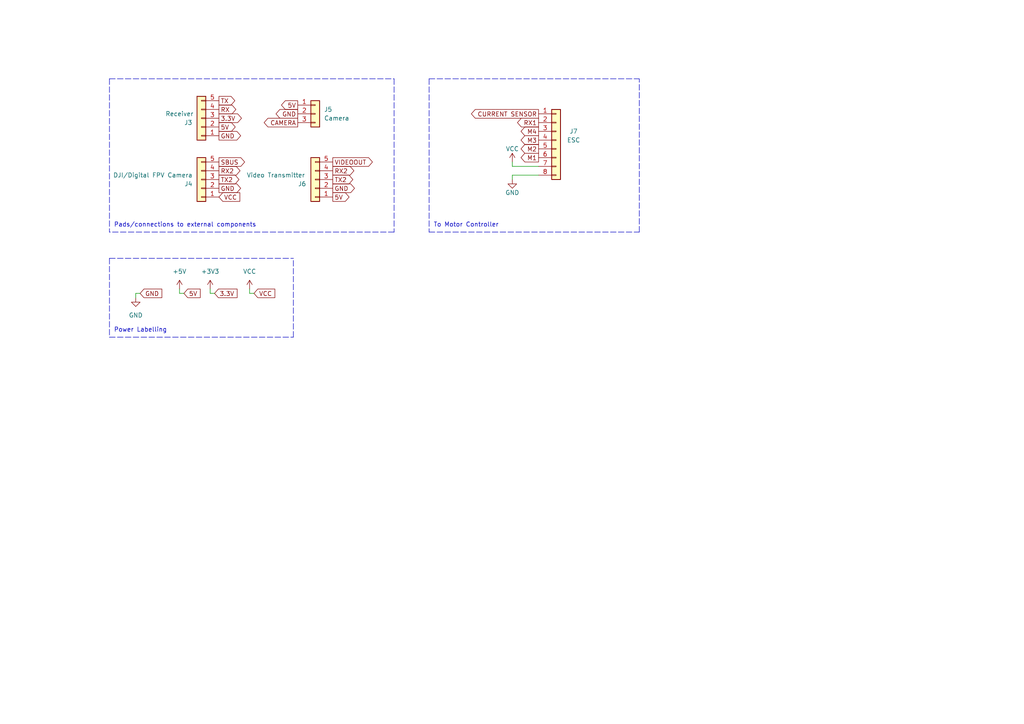
<source format=kicad_sch>
(kicad_sch (version 20211123) (generator eeschema)

  (uuid 66d53086-4eb5-4ab4-b590-9b1f145a13a1)

  (paper "A4")

  (title_block
    (date "2022-05-06")
  )

  (lib_symbols
    (symbol "Connector_Generic:Conn_01x03" (pin_names (offset 1.016) hide) (in_bom yes) (on_board yes)
      (property "Reference" "J" (id 0) (at 0 5.08 0)
        (effects (font (size 1.27 1.27)))
      )
      (property "Value" "Conn_01x03" (id 1) (at 0 -5.08 0)
        (effects (font (size 1.27 1.27)))
      )
      (property "Footprint" "" (id 2) (at 0 0 0)
        (effects (font (size 1.27 1.27)) hide)
      )
      (property "Datasheet" "~" (id 3) (at 0 0 0)
        (effects (font (size 1.27 1.27)) hide)
      )
      (property "ki_keywords" "connector" (id 4) (at 0 0 0)
        (effects (font (size 1.27 1.27)) hide)
      )
      (property "ki_description" "Generic connector, single row, 01x03, script generated (kicad-library-utils/schlib/autogen/connector/)" (id 5) (at 0 0 0)
        (effects (font (size 1.27 1.27)) hide)
      )
      (property "ki_fp_filters" "Connector*:*_1x??_*" (id 6) (at 0 0 0)
        (effects (font (size 1.27 1.27)) hide)
      )
      (symbol "Conn_01x03_1_1"
        (rectangle (start -1.27 -2.413) (end 0 -2.667)
          (stroke (width 0.1524) (type default) (color 0 0 0 0))
          (fill (type none))
        )
        (rectangle (start -1.27 0.127) (end 0 -0.127)
          (stroke (width 0.1524) (type default) (color 0 0 0 0))
          (fill (type none))
        )
        (rectangle (start -1.27 2.667) (end 0 2.413)
          (stroke (width 0.1524) (type default) (color 0 0 0 0))
          (fill (type none))
        )
        (rectangle (start -1.27 3.81) (end 1.27 -3.81)
          (stroke (width 0.254) (type default) (color 0 0 0 0))
          (fill (type background))
        )
        (pin passive line (at -5.08 2.54 0) (length 3.81)
          (name "Pin_1" (effects (font (size 1.27 1.27))))
          (number "1" (effects (font (size 1.27 1.27))))
        )
        (pin passive line (at -5.08 0 0) (length 3.81)
          (name "Pin_2" (effects (font (size 1.27 1.27))))
          (number "2" (effects (font (size 1.27 1.27))))
        )
        (pin passive line (at -5.08 -2.54 0) (length 3.81)
          (name "Pin_3" (effects (font (size 1.27 1.27))))
          (number "3" (effects (font (size 1.27 1.27))))
        )
      )
    )
    (symbol "Connector_Generic:Conn_01x05" (pin_names (offset 1.016) hide) (in_bom yes) (on_board yes)
      (property "Reference" "J" (id 0) (at 0 7.62 0)
        (effects (font (size 1.27 1.27)))
      )
      (property "Value" "Conn_01x05" (id 1) (at 0 -7.62 0)
        (effects (font (size 1.27 1.27)))
      )
      (property "Footprint" "" (id 2) (at 0 0 0)
        (effects (font (size 1.27 1.27)) hide)
      )
      (property "Datasheet" "~" (id 3) (at 0 0 0)
        (effects (font (size 1.27 1.27)) hide)
      )
      (property "ki_keywords" "connector" (id 4) (at 0 0 0)
        (effects (font (size 1.27 1.27)) hide)
      )
      (property "ki_description" "Generic connector, single row, 01x05, script generated (kicad-library-utils/schlib/autogen/connector/)" (id 5) (at 0 0 0)
        (effects (font (size 1.27 1.27)) hide)
      )
      (property "ki_fp_filters" "Connector*:*_1x??_*" (id 6) (at 0 0 0)
        (effects (font (size 1.27 1.27)) hide)
      )
      (symbol "Conn_01x05_1_1"
        (rectangle (start -1.27 -4.953) (end 0 -5.207)
          (stroke (width 0.1524) (type default) (color 0 0 0 0))
          (fill (type none))
        )
        (rectangle (start -1.27 -2.413) (end 0 -2.667)
          (stroke (width 0.1524) (type default) (color 0 0 0 0))
          (fill (type none))
        )
        (rectangle (start -1.27 0.127) (end 0 -0.127)
          (stroke (width 0.1524) (type default) (color 0 0 0 0))
          (fill (type none))
        )
        (rectangle (start -1.27 2.667) (end 0 2.413)
          (stroke (width 0.1524) (type default) (color 0 0 0 0))
          (fill (type none))
        )
        (rectangle (start -1.27 5.207) (end 0 4.953)
          (stroke (width 0.1524) (type default) (color 0 0 0 0))
          (fill (type none))
        )
        (rectangle (start -1.27 6.35) (end 1.27 -6.35)
          (stroke (width 0.254) (type default) (color 0 0 0 0))
          (fill (type background))
        )
        (pin passive line (at -5.08 5.08 0) (length 3.81)
          (name "Pin_1" (effects (font (size 1.27 1.27))))
          (number "1" (effects (font (size 1.27 1.27))))
        )
        (pin passive line (at -5.08 2.54 0) (length 3.81)
          (name "Pin_2" (effects (font (size 1.27 1.27))))
          (number "2" (effects (font (size 1.27 1.27))))
        )
        (pin passive line (at -5.08 0 0) (length 3.81)
          (name "Pin_3" (effects (font (size 1.27 1.27))))
          (number "3" (effects (font (size 1.27 1.27))))
        )
        (pin passive line (at -5.08 -2.54 0) (length 3.81)
          (name "Pin_4" (effects (font (size 1.27 1.27))))
          (number "4" (effects (font (size 1.27 1.27))))
        )
        (pin passive line (at -5.08 -5.08 0) (length 3.81)
          (name "Pin_5" (effects (font (size 1.27 1.27))))
          (number "5" (effects (font (size 1.27 1.27))))
        )
      )
    )
    (symbol "Connector_Generic:Conn_01x08" (pin_names (offset 1.016) hide) (in_bom yes) (on_board yes)
      (property "Reference" "J" (id 0) (at 0 10.16 0)
        (effects (font (size 1.27 1.27)))
      )
      (property "Value" "Conn_01x08" (id 1) (at 0 -12.7 0)
        (effects (font (size 1.27 1.27)))
      )
      (property "Footprint" "" (id 2) (at 0 0 0)
        (effects (font (size 1.27 1.27)) hide)
      )
      (property "Datasheet" "~" (id 3) (at 0 0 0)
        (effects (font (size 1.27 1.27)) hide)
      )
      (property "ki_keywords" "connector" (id 4) (at 0 0 0)
        (effects (font (size 1.27 1.27)) hide)
      )
      (property "ki_description" "Generic connector, single row, 01x08, script generated (kicad-library-utils/schlib/autogen/connector/)" (id 5) (at 0 0 0)
        (effects (font (size 1.27 1.27)) hide)
      )
      (property "ki_fp_filters" "Connector*:*_1x??_*" (id 6) (at 0 0 0)
        (effects (font (size 1.27 1.27)) hide)
      )
      (symbol "Conn_01x08_1_1"
        (rectangle (start -1.27 -10.033) (end 0 -10.287)
          (stroke (width 0.1524) (type default) (color 0 0 0 0))
          (fill (type none))
        )
        (rectangle (start -1.27 -7.493) (end 0 -7.747)
          (stroke (width 0.1524) (type default) (color 0 0 0 0))
          (fill (type none))
        )
        (rectangle (start -1.27 -4.953) (end 0 -5.207)
          (stroke (width 0.1524) (type default) (color 0 0 0 0))
          (fill (type none))
        )
        (rectangle (start -1.27 -2.413) (end 0 -2.667)
          (stroke (width 0.1524) (type default) (color 0 0 0 0))
          (fill (type none))
        )
        (rectangle (start -1.27 0.127) (end 0 -0.127)
          (stroke (width 0.1524) (type default) (color 0 0 0 0))
          (fill (type none))
        )
        (rectangle (start -1.27 2.667) (end 0 2.413)
          (stroke (width 0.1524) (type default) (color 0 0 0 0))
          (fill (type none))
        )
        (rectangle (start -1.27 5.207) (end 0 4.953)
          (stroke (width 0.1524) (type default) (color 0 0 0 0))
          (fill (type none))
        )
        (rectangle (start -1.27 7.747) (end 0 7.493)
          (stroke (width 0.1524) (type default) (color 0 0 0 0))
          (fill (type none))
        )
        (rectangle (start -1.27 8.89) (end 1.27 -11.43)
          (stroke (width 0.254) (type default) (color 0 0 0 0))
          (fill (type background))
        )
        (pin passive line (at -5.08 7.62 0) (length 3.81)
          (name "Pin_1" (effects (font (size 1.27 1.27))))
          (number "1" (effects (font (size 1.27 1.27))))
        )
        (pin passive line (at -5.08 5.08 0) (length 3.81)
          (name "Pin_2" (effects (font (size 1.27 1.27))))
          (number "2" (effects (font (size 1.27 1.27))))
        )
        (pin passive line (at -5.08 2.54 0) (length 3.81)
          (name "Pin_3" (effects (font (size 1.27 1.27))))
          (number "3" (effects (font (size 1.27 1.27))))
        )
        (pin passive line (at -5.08 0 0) (length 3.81)
          (name "Pin_4" (effects (font (size 1.27 1.27))))
          (number "4" (effects (font (size 1.27 1.27))))
        )
        (pin passive line (at -5.08 -2.54 0) (length 3.81)
          (name "Pin_5" (effects (font (size 1.27 1.27))))
          (number "5" (effects (font (size 1.27 1.27))))
        )
        (pin passive line (at -5.08 -5.08 0) (length 3.81)
          (name "Pin_6" (effects (font (size 1.27 1.27))))
          (number "6" (effects (font (size 1.27 1.27))))
        )
        (pin passive line (at -5.08 -7.62 0) (length 3.81)
          (name "Pin_7" (effects (font (size 1.27 1.27))))
          (number "7" (effects (font (size 1.27 1.27))))
        )
        (pin passive line (at -5.08 -10.16 0) (length 3.81)
          (name "Pin_8" (effects (font (size 1.27 1.27))))
          (number "8" (effects (font (size 1.27 1.27))))
        )
      )
    )
    (symbol "power:+3.3V" (power) (pin_names (offset 0)) (in_bom yes) (on_board yes)
      (property "Reference" "#PWR" (id 0) (at 0 -3.81 0)
        (effects (font (size 1.27 1.27)) hide)
      )
      (property "Value" "+3.3V" (id 1) (at 0 3.556 0)
        (effects (font (size 1.27 1.27)))
      )
      (property "Footprint" "" (id 2) (at 0 0 0)
        (effects (font (size 1.27 1.27)) hide)
      )
      (property "Datasheet" "" (id 3) (at 0 0 0)
        (effects (font (size 1.27 1.27)) hide)
      )
      (property "ki_keywords" "power-flag" (id 4) (at 0 0 0)
        (effects (font (size 1.27 1.27)) hide)
      )
      (property "ki_description" "Power symbol creates a global label with name \"+3.3V\"" (id 5) (at 0 0 0)
        (effects (font (size 1.27 1.27)) hide)
      )
      (symbol "+3.3V_0_1"
        (polyline
          (pts
            (xy -0.762 1.27)
            (xy 0 2.54)
          )
          (stroke (width 0) (type default) (color 0 0 0 0))
          (fill (type none))
        )
        (polyline
          (pts
            (xy 0 0)
            (xy 0 2.54)
          )
          (stroke (width 0) (type default) (color 0 0 0 0))
          (fill (type none))
        )
        (polyline
          (pts
            (xy 0 2.54)
            (xy 0.762 1.27)
          )
          (stroke (width 0) (type default) (color 0 0 0 0))
          (fill (type none))
        )
      )
      (symbol "+3.3V_1_1"
        (pin power_in line (at 0 0 90) (length 0) hide
          (name "+3V3" (effects (font (size 1.27 1.27))))
          (number "1" (effects (font (size 1.27 1.27))))
        )
      )
    )
    (symbol "power:+5V" (power) (pin_names (offset 0)) (in_bom yes) (on_board yes)
      (property "Reference" "#PWR" (id 0) (at 0 -3.81 0)
        (effects (font (size 1.27 1.27)) hide)
      )
      (property "Value" "+5V" (id 1) (at 0 3.556 0)
        (effects (font (size 1.27 1.27)))
      )
      (property "Footprint" "" (id 2) (at 0 0 0)
        (effects (font (size 1.27 1.27)) hide)
      )
      (property "Datasheet" "" (id 3) (at 0 0 0)
        (effects (font (size 1.27 1.27)) hide)
      )
      (property "ki_keywords" "power-flag" (id 4) (at 0 0 0)
        (effects (font (size 1.27 1.27)) hide)
      )
      (property "ki_description" "Power symbol creates a global label with name \"+5V\"" (id 5) (at 0 0 0)
        (effects (font (size 1.27 1.27)) hide)
      )
      (symbol "+5V_0_1"
        (polyline
          (pts
            (xy -0.762 1.27)
            (xy 0 2.54)
          )
          (stroke (width 0) (type default) (color 0 0 0 0))
          (fill (type none))
        )
        (polyline
          (pts
            (xy 0 0)
            (xy 0 2.54)
          )
          (stroke (width 0) (type default) (color 0 0 0 0))
          (fill (type none))
        )
        (polyline
          (pts
            (xy 0 2.54)
            (xy 0.762 1.27)
          )
          (stroke (width 0) (type default) (color 0 0 0 0))
          (fill (type none))
        )
      )
      (symbol "+5V_1_1"
        (pin power_in line (at 0 0 90) (length 0) hide
          (name "+5V" (effects (font (size 1.27 1.27))))
          (number "1" (effects (font (size 1.27 1.27))))
        )
      )
    )
    (symbol "power:GND" (power) (pin_names (offset 0)) (in_bom yes) (on_board yes)
      (property "Reference" "#PWR" (id 0) (at 0 -6.35 0)
        (effects (font (size 1.27 1.27)) hide)
      )
      (property "Value" "GND" (id 1) (at 0 -3.81 0)
        (effects (font (size 1.27 1.27)))
      )
      (property "Footprint" "" (id 2) (at 0 0 0)
        (effects (font (size 1.27 1.27)) hide)
      )
      (property "Datasheet" "" (id 3) (at 0 0 0)
        (effects (font (size 1.27 1.27)) hide)
      )
      (property "ki_keywords" "power-flag" (id 4) (at 0 0 0)
        (effects (font (size 1.27 1.27)) hide)
      )
      (property "ki_description" "Power symbol creates a global label with name \"GND\" , ground" (id 5) (at 0 0 0)
        (effects (font (size 1.27 1.27)) hide)
      )
      (symbol "GND_0_1"
        (polyline
          (pts
            (xy 0 0)
            (xy 0 -1.27)
            (xy 1.27 -1.27)
            (xy 0 -2.54)
            (xy -1.27 -1.27)
            (xy 0 -1.27)
          )
          (stroke (width 0) (type default) (color 0 0 0 0))
          (fill (type none))
        )
      )
      (symbol "GND_1_1"
        (pin power_in line (at 0 0 270) (length 0) hide
          (name "GND" (effects (font (size 1.27 1.27))))
          (number "1" (effects (font (size 1.27 1.27))))
        )
      )
    )
    (symbol "power:VCC" (power) (pin_names (offset 0)) (in_bom yes) (on_board yes)
      (property "Reference" "#PWR" (id 0) (at 0 -3.81 0)
        (effects (font (size 1.27 1.27)) hide)
      )
      (property "Value" "VCC" (id 1) (at 0 3.81 0)
        (effects (font (size 1.27 1.27)))
      )
      (property "Footprint" "" (id 2) (at 0 0 0)
        (effects (font (size 1.27 1.27)) hide)
      )
      (property "Datasheet" "" (id 3) (at 0 0 0)
        (effects (font (size 1.27 1.27)) hide)
      )
      (property "ki_keywords" "power-flag" (id 4) (at 0 0 0)
        (effects (font (size 1.27 1.27)) hide)
      )
      (property "ki_description" "Power symbol creates a global label with name \"VCC\"" (id 5) (at 0 0 0)
        (effects (font (size 1.27 1.27)) hide)
      )
      (symbol "VCC_0_1"
        (polyline
          (pts
            (xy -0.762 1.27)
            (xy 0 2.54)
          )
          (stroke (width 0) (type default) (color 0 0 0 0))
          (fill (type none))
        )
        (polyline
          (pts
            (xy 0 0)
            (xy 0 2.54)
          )
          (stroke (width 0) (type default) (color 0 0 0 0))
          (fill (type none))
        )
        (polyline
          (pts
            (xy 0 2.54)
            (xy 0.762 1.27)
          )
          (stroke (width 0) (type default) (color 0 0 0 0))
          (fill (type none))
        )
      )
      (symbol "VCC_1_1"
        (pin power_in line (at 0 0 90) (length 0) hide
          (name "VCC" (effects (font (size 1.27 1.27))))
          (number "1" (effects (font (size 1.27 1.27))))
        )
      )
    )
  )


  (polyline (pts (xy 114.3 22.86) (xy 114.3 67.31))
    (stroke (width 0) (type default) (color 0 0 0 0))
    (uuid 0af77dd0-8d50-4087-8653-043838275e8f)
  )

  (wire (pts (xy 52.07 85.09) (xy 53.34 85.09))
    (stroke (width 0) (type default) (color 0 0 0 0))
    (uuid 17b56323-3e35-4f5d-a277-4a9a5a4f7253)
  )
  (wire (pts (xy 148.59 52.07) (xy 148.59 50.8))
    (stroke (width 0) (type default) (color 0 0 0 0))
    (uuid 1bda36f6-3944-4bdf-b224-5bfc97f22460)
  )
  (wire (pts (xy 148.59 48.26) (xy 156.21 48.26))
    (stroke (width 0) (type default) (color 0 0 0 0))
    (uuid 25f77a41-6639-47ca-88a6-aa38a4b331a1)
  )
  (polyline (pts (xy 124.46 67.31) (xy 185.42 67.31))
    (stroke (width 0) (type default) (color 0 0 0 0))
    (uuid 349b1247-f001-423c-8b74-2bed4189a7f4)
  )
  (polyline (pts (xy 31.75 74.93) (xy 31.75 97.79))
    (stroke (width 0) (type default) (color 0 0 0 0))
    (uuid 3deac59a-b093-45b3-9537-e7dfd1b49065)
  )

  (wire (pts (xy 52.07 83.82) (xy 52.07 85.09))
    (stroke (width 0) (type default) (color 0 0 0 0))
    (uuid 5c0dbbcc-cecf-4d94-b334-4b0bfce66c71)
  )
  (wire (pts (xy 60.96 85.09) (xy 62.23 85.09))
    (stroke (width 0) (type default) (color 0 0 0 0))
    (uuid 5f84c6fe-ca47-414a-9bfb-5270629209e5)
  )
  (polyline (pts (xy 31.75 22.86) (xy 31.75 67.31))
    (stroke (width 0) (type default) (color 0 0 0 0))
    (uuid 67bc5427-ba73-4c83-b8d2-cf9976db168f)
  )

  (wire (pts (xy 60.96 83.82) (xy 60.96 85.09))
    (stroke (width 0) (type default) (color 0 0 0 0))
    (uuid 6838ab8c-ae04-437e-8be1-5c6247218d8b)
  )
  (polyline (pts (xy 31.75 74.93) (xy 85.09 74.93))
    (stroke (width 0) (type default) (color 0 0 0 0))
    (uuid 6bfe2946-302a-48ee-815e-0dcbab04f714)
  )

  (wire (pts (xy 72.39 85.09) (xy 73.66 85.09))
    (stroke (width 0) (type default) (color 0 0 0 0))
    (uuid 6d3b6eaa-3a9b-487c-9abf-936ee7fcfc8d)
  )
  (wire (pts (xy 39.37 86.36) (xy 39.37 85.09))
    (stroke (width 0) (type default) (color 0 0 0 0))
    (uuid 75726187-57ca-419c-93eb-2424ed0d45a7)
  )
  (polyline (pts (xy 124.46 22.86) (xy 124.46 67.31))
    (stroke (width 0) (type default) (color 0 0 0 0))
    (uuid 769c07eb-e04f-4e79-90a8-114a728534d5)
  )
  (polyline (pts (xy 85.09 97.79) (xy 85.09 74.93))
    (stroke (width 0) (type default) (color 0 0 0 0))
    (uuid 797ec83c-471d-40c9-8d25-a938a8e95a6b)
  )
  (polyline (pts (xy 114.3 67.31) (xy 31.75 67.31))
    (stroke (width 0) (type default) (color 0 0 0 0))
    (uuid 7a0f1619-f2bc-463f-a0ee-60d72011d4d5)
  )
  (polyline (pts (xy 31.75 97.79) (xy 85.09 97.79))
    (stroke (width 0) (type default) (color 0 0 0 0))
    (uuid 878c105a-0e42-4fa5-918a-a20b661e38bd)
  )
  (polyline (pts (xy 31.75 22.86) (xy 114.3 22.86))
    (stroke (width 0) (type default) (color 0 0 0 0))
    (uuid 8b12056e-376f-4252-9a14-7bd78ae78534)
  )
  (polyline (pts (xy 185.42 67.31) (xy 185.42 22.86))
    (stroke (width 0) (type default) (color 0 0 0 0))
    (uuid 8d6e8b76-5141-430f-90a5-4f6d0e578184)
  )

  (wire (pts (xy 39.37 85.09) (xy 40.64 85.09))
    (stroke (width 0) (type default) (color 0 0 0 0))
    (uuid 9118e203-81c3-4ccb-a4fc-c404a7298bc2)
  )
  (wire (pts (xy 148.59 50.8) (xy 156.21 50.8))
    (stroke (width 0) (type default) (color 0 0 0 0))
    (uuid b404786f-6892-43d8-8cbe-df439968c1ea)
  )
  (wire (pts (xy 72.39 83.82) (xy 72.39 85.09))
    (stroke (width 0) (type default) (color 0 0 0 0))
    (uuid bc3439f6-95e1-4590-9d15-ecf2a4d1b83b)
  )
  (polyline (pts (xy 124.46 22.86) (xy 185.42 22.86))
    (stroke (width 0) (type default) (color 0 0 0 0))
    (uuid de57678d-7014-4706-a916-ce7b0d393504)
  )

  (wire (pts (xy 148.59 46.99) (xy 148.59 48.26))
    (stroke (width 0) (type default) (color 0 0 0 0))
    (uuid de8f9472-fcc7-403f-a0e1-fee3a16774bd)
  )

  (text "Pads/connections to external components" (at 33.02 66.04 0)
    (effects (font (size 1.27 1.27)) (justify left bottom))
    (uuid 6f6ad3d6-29fd-47c5-95e1-05019dae5758)
  )
  (text "Power Labelling" (at 33.02 96.52 0)
    (effects (font (size 1.27 1.27)) (justify left bottom))
    (uuid e2086e3b-340d-4aba-b171-a649246e747e)
  )
  (text "To Motor Controller" (at 125.73 66.04 0)
    (effects (font (size 1.27 1.27)) (justify left bottom))
    (uuid e7ad8224-a806-44bd-90a4-bedb59fc9349)
  )

  (global_label "M1" (shape output) (at 156.21 45.72 180) (fields_autoplaced)
    (effects (font (size 1.27 1.27)) (justify right))
    (uuid 045aa6d5-ec0f-4137-a3c2-839b8fa11d36)
    (property "Intersheet References" "${INTERSHEET_REFS}" (id 0) (at 151.2248 45.7994 0)
      (effects (font (size 1.27 1.27)) (justify right) hide)
    )
  )
  (global_label "VCC" (shape input) (at 73.66 85.09 0) (fields_autoplaced)
    (effects (font (size 1.27 1.27)) (justify left))
    (uuid 0b510dc5-a6cc-4bfd-8aa3-447e3e10dff5)
    (property "Intersheet References" "${INTERSHEET_REFS}" (id 0) (at 79.6128 85.0106 0)
      (effects (font (size 1.27 1.27)) (justify left) hide)
    )
  )
  (global_label "RX2" (shape output) (at 63.5 49.53 0) (fields_autoplaced)
    (effects (font (size 1.27 1.27)) (justify left))
    (uuid 22beccdd-024e-4177-bd1f-22bf2382f411)
    (property "Intersheet References" "${INTERSHEET_REFS}" (id 0) (at 69.5132 49.6094 0)
      (effects (font (size 1.27 1.27)) (justify left) hide)
    )
  )
  (global_label "CURRENT SENSOR" (shape output) (at 156.21 33.02 180) (fields_autoplaced)
    (effects (font (size 1.27 1.27)) (justify right))
    (uuid 264eafe8-fbba-4571-a5e8-63216c0efb0b)
    (property "Intersheet References" "${INTERSHEET_REFS}" (id 0) (at 136.8315 33.0994 0)
      (effects (font (size 1.27 1.27)) (justify right) hide)
    )
  )
  (global_label "GND" (shape output) (at 63.5 54.61 0) (fields_autoplaced)
    (effects (font (size 1.27 1.27)) (justify left))
    (uuid 26bbf2d8-6f31-4078-90ed-8326605a1c90)
    (property "Intersheet References" "${INTERSHEET_REFS}" (id 0) (at 69.6947 54.5306 0)
      (effects (font (size 1.27 1.27)) (justify left) hide)
    )
  )
  (global_label "VIDEOOUT" (shape output) (at 96.52 46.99 0) (fields_autoplaced)
    (effects (font (size 1.27 1.27)) (justify left))
    (uuid 322ba60b-3012-4d9a-96b8-8803931aca80)
    (property "Intersheet References" "${INTERSHEET_REFS}" (id 0) (at 107.9156 46.9106 0)
      (effects (font (size 1.27 1.27)) (justify left) hide)
    )
  )
  (global_label "5V" (shape output) (at 63.5 36.83 0) (fields_autoplaced)
    (effects (font (size 1.27 1.27)) (justify left))
    (uuid 43114da2-9511-43f8-a69b-43c5e8f66100)
    (property "Intersheet References" "${INTERSHEET_REFS}" (id 0) (at 68.1223 36.7506 0)
      (effects (font (size 1.27 1.27)) (justify left) hide)
    )
  )
  (global_label "CAMERA" (shape output) (at 86.36 35.56 180) (fields_autoplaced)
    (effects (font (size 1.27 1.27)) (justify right))
    (uuid 45e5a199-f115-4d9d-a846-fbedf103758d)
    (property "Intersheet References" "${INTERSHEET_REFS}" (id 0) (at 76.7182 35.6394 0)
      (effects (font (size 1.27 1.27)) (justify right) hide)
    )
  )
  (global_label "5V" (shape output) (at 96.52 57.15 0) (fields_autoplaced)
    (effects (font (size 1.27 1.27)) (justify left))
    (uuid 54965c07-ede5-411b-8ecd-1bd3e04c4ab6)
    (property "Intersheet References" "${INTERSHEET_REFS}" (id 0) (at 101.1423 57.0706 0)
      (effects (font (size 1.27 1.27)) (justify left) hide)
    )
  )
  (global_label "M3" (shape output) (at 156.21 40.64 180) (fields_autoplaced)
    (effects (font (size 1.27 1.27)) (justify right))
    (uuid 54f251cf-2884-48ba-a1f3-35dbe63d7e98)
    (property "Intersheet References" "${INTERSHEET_REFS}" (id 0) (at 151.2248 40.7194 0)
      (effects (font (size 1.27 1.27)) (justify right) hide)
    )
  )
  (global_label "SBUS" (shape output) (at 63.5 46.99 0) (fields_autoplaced)
    (effects (font (size 1.27 1.27)) (justify left))
    (uuid 74d1c9e4-c6ff-4624-9106-7abd04d8e8fb)
    (property "Intersheet References" "${INTERSHEET_REFS}" (id 0) (at 70.8437 47.0694 0)
      (effects (font (size 1.27 1.27)) (justify left) hide)
    )
  )
  (global_label "RX" (shape output) (at 63.5 31.75 0) (fields_autoplaced)
    (effects (font (size 1.27 1.27)) (justify left))
    (uuid 75a9ffd0-6d9e-4d55-bd93-1b1ce7e243dc)
    (property "Intersheet References" "${INTERSHEET_REFS}" (id 0) (at 68.3037 31.6706 0)
      (effects (font (size 1.27 1.27)) (justify left) hide)
    )
  )
  (global_label "5V" (shape output) (at 86.36 30.48 180) (fields_autoplaced)
    (effects (font (size 1.27 1.27)) (justify right))
    (uuid 9b76983d-57c8-40dc-9336-ddcbe03de1c6)
    (property "Intersheet References" "${INTERSHEET_REFS}" (id 0) (at 81.7377 30.5594 0)
      (effects (font (size 1.27 1.27)) (justify right) hide)
    )
  )
  (global_label "TX" (shape output) (at 63.5 29.21 0) (fields_autoplaced)
    (effects (font (size 1.27 1.27)) (justify left))
    (uuid 9f115475-0428-48f4-a491-f40966103e17)
    (property "Intersheet References" "${INTERSHEET_REFS}" (id 0) (at 68.0013 29.1306 0)
      (effects (font (size 1.27 1.27)) (justify left) hide)
    )
  )
  (global_label "GND" (shape input) (at 40.64 85.09 0) (fields_autoplaced)
    (effects (font (size 1.27 1.27)) (justify left))
    (uuid afce2814-977f-41f7-9939-50d1a4c943f2)
    (property "Intersheet References" "${INTERSHEET_REFS}" (id 0) (at 46.8347 85.0106 0)
      (effects (font (size 1.27 1.27)) (justify left) hide)
    )
  )
  (global_label "GND" (shape output) (at 96.52 54.61 0) (fields_autoplaced)
    (effects (font (size 1.27 1.27)) (justify left))
    (uuid b98ff10d-591f-4fd6-bc6c-5200de8ff75b)
    (property "Intersheet References" "${INTERSHEET_REFS}" (id 0) (at 102.7147 54.5306 0)
      (effects (font (size 1.27 1.27)) (justify left) hide)
    )
  )
  (global_label "GND" (shape output) (at 86.36 33.02 180) (fields_autoplaced)
    (effects (font (size 1.27 1.27)) (justify right))
    (uuid c48ce12f-7879-4486-b872-bb52e6a3e833)
    (property "Intersheet References" "${INTERSHEET_REFS}" (id 0) (at 80.1653 33.0994 0)
      (effects (font (size 1.27 1.27)) (justify right) hide)
    )
  )
  (global_label "M4" (shape output) (at 156.21 38.1 180) (fields_autoplaced)
    (effects (font (size 1.27 1.27)) (justify right))
    (uuid c9a16dd8-2a4a-451d-9d53-6b524eb644fa)
    (property "Intersheet References" "${INTERSHEET_REFS}" (id 0) (at 151.2248 38.1794 0)
      (effects (font (size 1.27 1.27)) (justify right) hide)
    )
  )
  (global_label "5V" (shape input) (at 53.34 85.09 0) (fields_autoplaced)
    (effects (font (size 1.27 1.27)) (justify left))
    (uuid d2112efb-4e01-46ab-a932-a6fdf4e28324)
    (property "Intersheet References" "${INTERSHEET_REFS}" (id 0) (at 57.9623 85.0106 0)
      (effects (font (size 1.27 1.27)) (justify left) hide)
    )
  )
  (global_label "M2" (shape output) (at 156.21 43.18 180) (fields_autoplaced)
    (effects (font (size 1.27 1.27)) (justify right))
    (uuid da67685b-35ec-44e4-9884-b9158b872c0e)
    (property "Intersheet References" "${INTERSHEET_REFS}" (id 0) (at 151.2248 43.2594 0)
      (effects (font (size 1.27 1.27)) (justify right) hide)
    )
  )
  (global_label "VCC" (shape input) (at 63.5 57.15 0) (fields_autoplaced)
    (effects (font (size 1.27 1.27)) (justify left))
    (uuid dc1253f9-10a9-4915-97b4-1011b88dd8c6)
    (property "Intersheet References" "${INTERSHEET_REFS}" (id 0) (at 69.4528 57.2294 0)
      (effects (font (size 1.27 1.27)) (justify left) hide)
    )
  )
  (global_label "TX2" (shape output) (at 63.5 52.07 0) (fields_autoplaced)
    (effects (font (size 1.27 1.27)) (justify left))
    (uuid dcbcbd7d-f7b3-4181-ad49-b41849c2a7f1)
    (property "Intersheet References" "${INTERSHEET_REFS}" (id 0) (at 69.2109 52.1494 0)
      (effects (font (size 1.27 1.27)) (justify left) hide)
    )
  )
  (global_label "RX1" (shape output) (at 156.21 35.56 180) (fields_autoplaced)
    (effects (font (size 1.27 1.27)) (justify right))
    (uuid e1cacb15-337a-4e76-8900-cb947fb0ac7b)
    (property "Intersheet References" "${INTERSHEET_REFS}" (id 0) (at 150.1968 35.6394 0)
      (effects (font (size 1.27 1.27)) (justify right) hide)
    )
  )
  (global_label "GND" (shape output) (at 63.5 39.37 0) (fields_autoplaced)
    (effects (font (size 1.27 1.27)) (justify left))
    (uuid ea339424-6f32-486c-8fc3-a4e789a2dfb8)
    (property "Intersheet References" "${INTERSHEET_REFS}" (id 0) (at 69.6947 39.2906 0)
      (effects (font (size 1.27 1.27)) (justify left) hide)
    )
  )
  (global_label "RX2" (shape output) (at 96.52 49.53 0) (fields_autoplaced)
    (effects (font (size 1.27 1.27)) (justify left))
    (uuid ea937ba5-528d-4b07-9f08-3a80188a3455)
    (property "Intersheet References" "${INTERSHEET_REFS}" (id 0) (at 102.5332 49.6094 0)
      (effects (font (size 1.27 1.27)) (justify left) hide)
    )
  )
  (global_label "3.3V" (shape output) (at 63.5 34.29 0) (fields_autoplaced)
    (effects (font (size 1.27 1.27)) (justify left))
    (uuid eef4cf55-cd71-451b-8575-08048380fc87)
    (property "Intersheet References" "${INTERSHEET_REFS}" (id 0) (at 69.9366 34.2106 0)
      (effects (font (size 1.27 1.27)) (justify left) hide)
    )
  )
  (global_label "TX2" (shape output) (at 96.52 52.07 0) (fields_autoplaced)
    (effects (font (size 1.27 1.27)) (justify left))
    (uuid f4abf6d8-7dd2-48de-9895-f50f9ea14a52)
    (property "Intersheet References" "${INTERSHEET_REFS}" (id 0) (at 102.2309 52.1494 0)
      (effects (font (size 1.27 1.27)) (justify left) hide)
    )
  )
  (global_label "3.3V" (shape input) (at 62.23 85.09 0) (fields_autoplaced)
    (effects (font (size 1.27 1.27)) (justify left))
    (uuid f8d5875a-eccd-420c-8097-f3cc04e0b126)
    (property "Intersheet References" "${INTERSHEET_REFS}" (id 0) (at 68.6666 85.0106 0)
      (effects (font (size 1.27 1.27)) (justify left) hide)
    )
  )

  (symbol (lib_id "power:+3.3V") (at 60.96 83.82 0) (unit 1)
    (in_bom yes) (on_board yes) (fields_autoplaced)
    (uuid 124d0dce-be90-4f0f-9d92-a909e6858b9a)
    (property "Reference" "#PWR0140" (id 0) (at 60.96 87.63 0)
      (effects (font (size 1.27 1.27)) hide)
    )
    (property "Value" "+3.3V" (id 1) (at 60.96 78.74 0))
    (property "Footprint" "" (id 2) (at 60.96 83.82 0)
      (effects (font (size 1.27 1.27)) hide)
    )
    (property "Datasheet" "" (id 3) (at 60.96 83.82 0)
      (effects (font (size 1.27 1.27)) hide)
    )
    (pin "1" (uuid 4d6d76aa-61d4-45af-81b5-c851915ddf93))
  )

  (symbol (lib_id "power:VCC") (at 72.39 83.82 0) (unit 1)
    (in_bom yes) (on_board yes)
    (uuid 7c4f9f6a-4074-487f-a140-c24b416600dc)
    (property "Reference" "#PWR0139" (id 0) (at 72.39 87.63 0)
      (effects (font (size 1.27 1.27)) hide)
    )
    (property "Value" "VCC" (id 1) (at 72.39 78.74 0))
    (property "Footprint" "" (id 2) (at 72.39 83.82 0)
      (effects (font (size 1.27 1.27)) hide)
    )
    (property "Datasheet" "" (id 3) (at 72.39 83.82 0)
      (effects (font (size 1.27 1.27)) hide)
    )
    (pin "1" (uuid 677cce07-bc5c-4ce0-88d1-768cbfd58b7e))
  )

  (symbol (lib_id "power:+5V") (at 52.07 83.82 0) (unit 1)
    (in_bom yes) (on_board yes) (fields_autoplaced)
    (uuid 86947b49-a827-479f-a100-dfcc3c1c4082)
    (property "Reference" "#PWR0137" (id 0) (at 52.07 87.63 0)
      (effects (font (size 1.27 1.27)) hide)
    )
    (property "Value" "+5V" (id 1) (at 52.07 78.74 0))
    (property "Footprint" "" (id 2) (at 52.07 83.82 0)
      (effects (font (size 1.27 1.27)) hide)
    )
    (property "Datasheet" "" (id 3) (at 52.07 83.82 0)
      (effects (font (size 1.27 1.27)) hide)
    )
    (pin "1" (uuid 19474c65-7818-49b8-b807-62bc215802cd))
  )

  (symbol (lib_id "Connector_Generic:Conn_01x08") (at 161.29 40.64 0) (unit 1)
    (in_bom yes) (on_board yes)
    (uuid b3fd5740-bf73-434b-b435-b20631264a4e)
    (property "Reference" "J7" (id 0) (at 166.37 38.1 0))
    (property "Value" "ESC" (id 1) (at 166.37 40.64 0))
    (property "Footprint" "" (id 2) (at 161.29 40.64 0)
      (effects (font (size 1.27 1.27)) hide)
    )
    (property "Datasheet" "~" (id 3) (at 161.29 40.64 0)
      (effects (font (size 1.27 1.27)) hide)
    )
    (pin "1" (uuid 98a8aa19-86b8-4de7-afb8-6b5015a3a55c))
    (pin "2" (uuid 470dd8f5-f1cc-4e61-9280-5f89f57eed3a))
    (pin "3" (uuid ac28459a-7544-48d1-b229-53a600661105))
    (pin "4" (uuid 38ade67a-17b8-41c5-a0ea-fbdc538fc28c))
    (pin "5" (uuid bd5be6a3-82c2-4a67-8783-3eff14f34587))
    (pin "6" (uuid 94430ccc-ae62-4fa9-87d6-31fd2467f485))
    (pin "7" (uuid 0a6b9944-b89e-4051-91a2-bb216de07d84))
    (pin "8" (uuid 8b7431b8-3ad5-4266-bd80-5a4e59e096e1))
  )

  (symbol (lib_id "Connector_Generic:Conn_01x05") (at 91.44 52.07 180) (unit 1)
    (in_bom yes) (on_board yes)
    (uuid b9873720-ac29-406b-8bf2-ec68bf632afd)
    (property "Reference" "J6" (id 0) (at 87.63 53.34 0))
    (property "Value" "Video Transmitter" (id 1) (at 80.01 50.8 0))
    (property "Footprint" "" (id 2) (at 91.44 52.07 0)
      (effects (font (size 1.27 1.27)) hide)
    )
    (property "Datasheet" "~" (id 3) (at 91.44 52.07 0)
      (effects (font (size 1.27 1.27)) hide)
    )
    (pin "1" (uuid 32588685-7201-46d7-83be-d7dd9f7e8c8d))
    (pin "2" (uuid 93ee886c-3a1d-4591-96ff-94465047dcfc))
    (pin "3" (uuid 683ae34a-2b0f-49dc-8a25-f9036ae469bc))
    (pin "4" (uuid a916b176-0ca9-48dd-967e-b5f9fa4cfb44))
    (pin "5" (uuid 9015aa00-78de-4d97-acdf-a586481dab6e))
  )

  (symbol (lib_id "Connector_Generic:Conn_01x03") (at 91.44 33.02 0) (unit 1)
    (in_bom yes) (on_board yes) (fields_autoplaced)
    (uuid c8fa99ce-73ba-48f0-8571-761bf0c6feb7)
    (property "Reference" "J5" (id 0) (at 93.98 31.7499 0)
      (effects (font (size 1.27 1.27)) (justify left))
    )
    (property "Value" "Camera" (id 1) (at 93.98 34.2899 0)
      (effects (font (size 1.27 1.27)) (justify left))
    )
    (property "Footprint" "" (id 2) (at 91.44 33.02 0)
      (effects (font (size 1.27 1.27)) hide)
    )
    (property "Datasheet" "~" (id 3) (at 91.44 33.02 0)
      (effects (font (size 1.27 1.27)) hide)
    )
    (pin "1" (uuid 88c2644d-1f94-4e0b-95dc-67d6caa5ec4f))
    (pin "2" (uuid 9e9bbadd-e1f7-418e-8ada-d346a50f0e76))
    (pin "3" (uuid 26d349a2-6068-461d-aa33-9b91d2f59d34))
  )

  (symbol (lib_id "power:GND") (at 39.37 86.36 0) (unit 1)
    (in_bom yes) (on_board yes)
    (uuid ce5443ea-102d-4075-b1c6-e2153294fb2f)
    (property "Reference" "#PWR0138" (id 0) (at 39.37 92.71 0)
      (effects (font (size 1.27 1.27)) hide)
    )
    (property "Value" "GND" (id 1) (at 39.37 91.44 0))
    (property "Footprint" "" (id 2) (at 39.37 86.36 0)
      (effects (font (size 1.27 1.27)) hide)
    )
    (property "Datasheet" "" (id 3) (at 39.37 86.36 0)
      (effects (font (size 1.27 1.27)) hide)
    )
    (pin "1" (uuid dd6830bc-34f0-4a9a-a736-994a50bc8d6d))
  )

  (symbol (lib_id "power:GND") (at 148.59 52.07 0) (unit 1)
    (in_bom yes) (on_board yes)
    (uuid d044d18e-bb8a-4645-9a4d-1de5183112c4)
    (property "Reference" "#PWR0136" (id 0) (at 148.59 58.42 0)
      (effects (font (size 1.27 1.27)) hide)
    )
    (property "Value" "GND" (id 1) (at 148.59 55.88 0))
    (property "Footprint" "" (id 2) (at 148.59 52.07 0)
      (effects (font (size 1.27 1.27)) hide)
    )
    (property "Datasheet" "" (id 3) (at 148.59 52.07 0)
      (effects (font (size 1.27 1.27)) hide)
    )
    (pin "1" (uuid c4c8adb3-2479-4425-91f7-8626cac9429d))
  )

  (symbol (lib_id "Connector_Generic:Conn_01x05") (at 58.42 52.07 180) (unit 1)
    (in_bom yes) (on_board yes) (fields_autoplaced)
    (uuid d5b42f58-2bdd-4357-92cf-21845bc3f16a)
    (property "Reference" "J4" (id 0) (at 55.88 53.3401 0)
      (effects (font (size 1.27 1.27)) (justify left))
    )
    (property "Value" "DJI/Digital FPV Camera" (id 1) (at 55.88 50.8001 0)
      (effects (font (size 1.27 1.27)) (justify left))
    )
    (property "Footprint" "" (id 2) (at 58.42 52.07 0)
      (effects (font (size 1.27 1.27)) hide)
    )
    (property "Datasheet" "~" (id 3) (at 58.42 52.07 0)
      (effects (font (size 1.27 1.27)) hide)
    )
    (pin "1" (uuid 7a44847b-cd7a-47bf-9674-43e72ec9ef0f))
    (pin "2" (uuid 121c5331-774a-41d3-ad24-121f35fd1df4))
    (pin "3" (uuid b9cd87a9-e0d9-41c7-b36a-5fbd31287520))
    (pin "4" (uuid b81ba1f7-bb3f-4348-aa76-5c0269d331e6))
    (pin "5" (uuid d508d4cb-cbd5-44d6-b941-24fd959457db))
  )

  (symbol (lib_id "Connector_Generic:Conn_01x05") (at 58.42 34.29 180) (unit 1)
    (in_bom yes) (on_board yes)
    (uuid f476fda0-6c6b-4ff7-89f1-887fa0d46476)
    (property "Reference" "J3" (id 0) (at 54.61 35.56 0))
    (property "Value" "Receiver" (id 1) (at 52.07 33.02 0))
    (property "Footprint" "" (id 2) (at 58.42 34.29 0)
      (effects (font (size 1.27 1.27)) hide)
    )
    (property "Datasheet" "~" (id 3) (at 58.42 34.29 0)
      (effects (font (size 1.27 1.27)) hide)
    )
    (pin "1" (uuid 070a122a-b561-4440-85a2-78fb6892266a))
    (pin "2" (uuid 9760e3d0-7aac-412e-b93b-94f89b184a2d))
    (pin "3" (uuid 52e336a4-48ce-4d6d-9dbb-526f9b67296a))
    (pin "4" (uuid 2840e766-4010-497f-a683-278be4df77b9))
    (pin "5" (uuid deb521de-21fd-446d-9da3-587b0d193085))
  )

  (symbol (lib_id "power:VCC") (at 148.59 46.99 0) (unit 1)
    (in_bom yes) (on_board yes)
    (uuid f5859eef-7030-4025-a718-fb5da5f123d0)
    (property "Reference" "#PWR0135" (id 0) (at 148.59 50.8 0)
      (effects (font (size 1.27 1.27)) hide)
    )
    (property "Value" "VCC" (id 1) (at 148.59 43.18 0))
    (property "Footprint" "" (id 2) (at 148.59 46.99 0)
      (effects (font (size 1.27 1.27)) hide)
    )
    (property "Datasheet" "" (id 3) (at 148.59 46.99 0)
      (effects (font (size 1.27 1.27)) hide)
    )
    (pin "1" (uuid ceb47c37-0b50-49ad-9198-dfc61149456c))
  )
)

</source>
